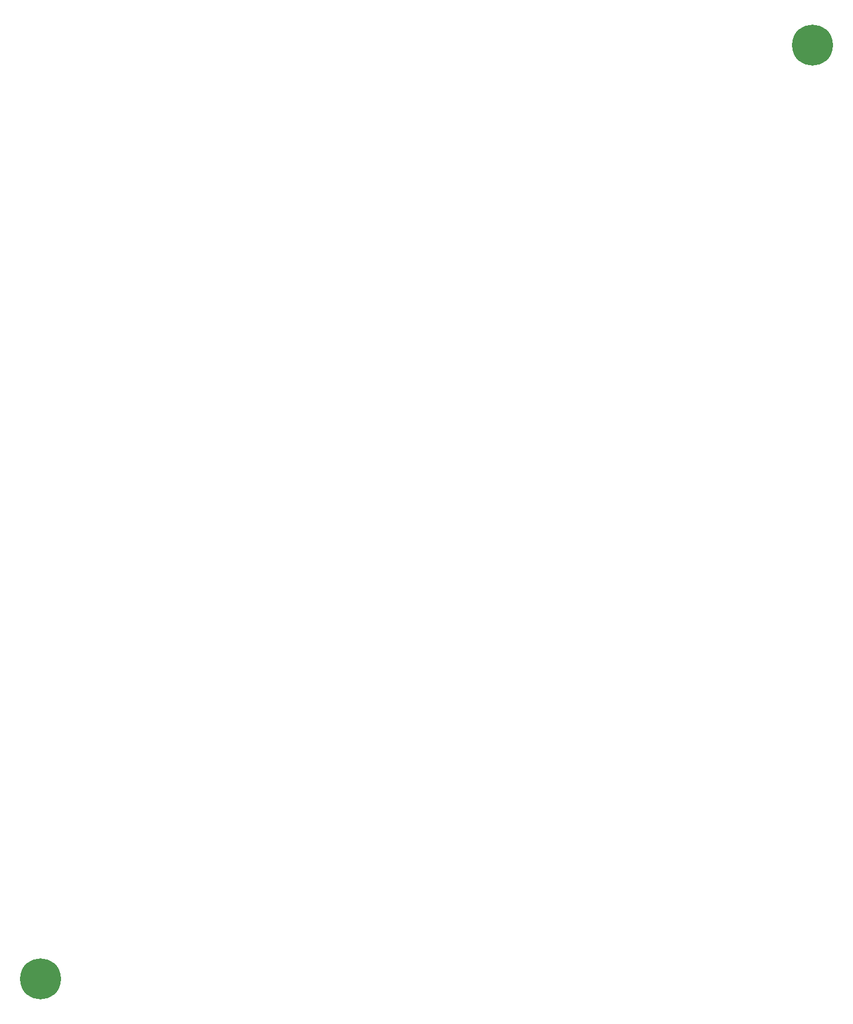
<source format=gts>
G04 Layer_Color=8388736*
%FSLAX25Y25*%
%MOIN*%
G70*
G01*
G75*
%ADD12C,0.23922*%
D12*
X429331Y476575D02*
D03*
X-21457Y-68701D02*
D03*
M02*

</source>
